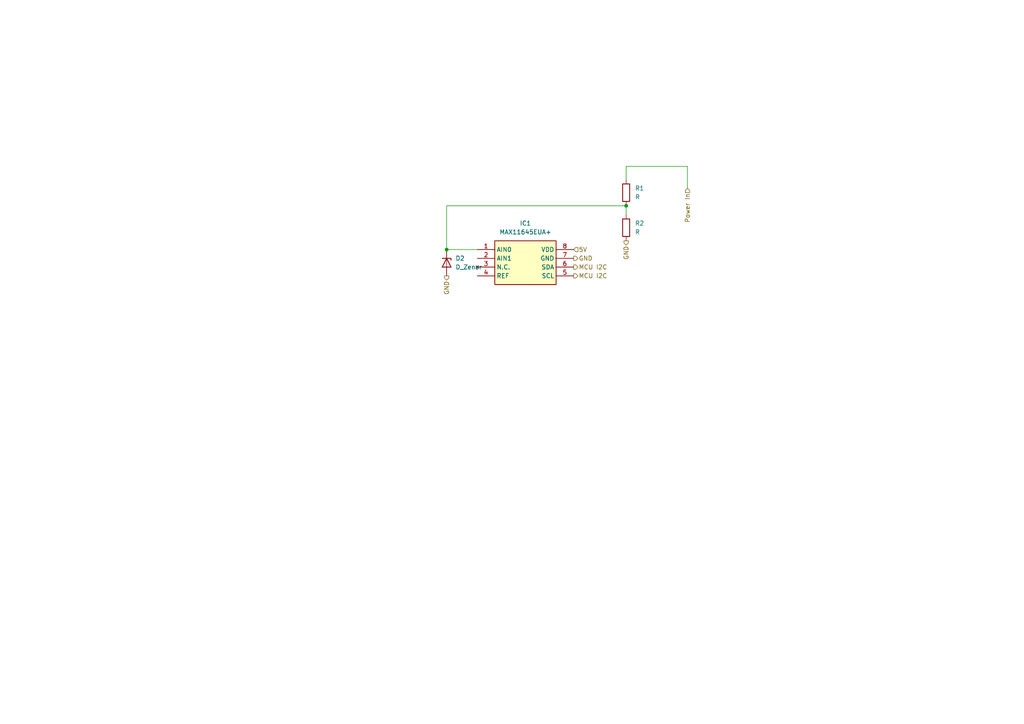
<source format=kicad_sch>
(kicad_sch
	(version 20231120)
	(generator "eeschema")
	(generator_version "8.0")
	(uuid "aed6be63-fb85-47a9-b4f8-d80f95518058")
	(paper "A4")
	(lib_symbols
		(symbol "Device:D_Zener"
			(pin_numbers hide)
			(pin_names
				(offset 1.016) hide)
			(exclude_from_sim no)
			(in_bom yes)
			(on_board yes)
			(property "Reference" "D"
				(at 0 2.54 0)
				(effects
					(font
						(size 1.27 1.27)
					)
				)
			)
			(property "Value" "D_Zener"
				(at 0 -2.54 0)
				(effects
					(font
						(size 1.27 1.27)
					)
				)
			)
			(property "Footprint" ""
				(at 0 0 0)
				(effects
					(font
						(size 1.27 1.27)
					)
					(hide yes)
				)
			)
			(property "Datasheet" "~"
				(at 0 0 0)
				(effects
					(font
						(size 1.27 1.27)
					)
					(hide yes)
				)
			)
			(property "Description" "Zener diode"
				(at 0 0 0)
				(effects
					(font
						(size 1.27 1.27)
					)
					(hide yes)
				)
			)
			(property "ki_keywords" "diode"
				(at 0 0 0)
				(effects
					(font
						(size 1.27 1.27)
					)
					(hide yes)
				)
			)
			(property "ki_fp_filters" "TO-???* *_Diode_* *SingleDiode* D_*"
				(at 0 0 0)
				(effects
					(font
						(size 1.27 1.27)
					)
					(hide yes)
				)
			)
			(symbol "D_Zener_0_1"
				(polyline
					(pts
						(xy 1.27 0) (xy -1.27 0)
					)
					(stroke
						(width 0)
						(type default)
					)
					(fill
						(type none)
					)
				)
				(polyline
					(pts
						(xy -1.27 -1.27) (xy -1.27 1.27) (xy -0.762 1.27)
					)
					(stroke
						(width 0.254)
						(type default)
					)
					(fill
						(type none)
					)
				)
				(polyline
					(pts
						(xy 1.27 -1.27) (xy 1.27 1.27) (xy -1.27 0) (xy 1.27 -1.27)
					)
					(stroke
						(width 0.254)
						(type default)
					)
					(fill
						(type none)
					)
				)
			)
			(symbol "D_Zener_1_1"
				(pin passive line
					(at -3.81 0 0)
					(length 2.54)
					(name "K"
						(effects
							(font
								(size 1.27 1.27)
							)
						)
					)
					(number "1"
						(effects
							(font
								(size 1.27 1.27)
							)
						)
					)
				)
				(pin passive line
					(at 3.81 0 180)
					(length 2.54)
					(name "A"
						(effects
							(font
								(size 1.27 1.27)
							)
						)
					)
					(number "2"
						(effects
							(font
								(size 1.27 1.27)
							)
						)
					)
				)
			)
		)
		(symbol "Device:R"
			(pin_numbers hide)
			(pin_names
				(offset 0)
			)
			(exclude_from_sim no)
			(in_bom yes)
			(on_board yes)
			(property "Reference" "R"
				(at 2.032 0 90)
				(effects
					(font
						(size 1.27 1.27)
					)
				)
			)
			(property "Value" "R"
				(at 0 0 90)
				(effects
					(font
						(size 1.27 1.27)
					)
				)
			)
			(property "Footprint" ""
				(at -1.778 0 90)
				(effects
					(font
						(size 1.27 1.27)
					)
					(hide yes)
				)
			)
			(property "Datasheet" "~"
				(at 0 0 0)
				(effects
					(font
						(size 1.27 1.27)
					)
					(hide yes)
				)
			)
			(property "Description" "Resistor"
				(at 0 0 0)
				(effects
					(font
						(size 1.27 1.27)
					)
					(hide yes)
				)
			)
			(property "ki_keywords" "R res resistor"
				(at 0 0 0)
				(effects
					(font
						(size 1.27 1.27)
					)
					(hide yes)
				)
			)
			(property "ki_fp_filters" "R_*"
				(at 0 0 0)
				(effects
					(font
						(size 1.27 1.27)
					)
					(hide yes)
				)
			)
			(symbol "R_0_1"
				(rectangle
					(start -1.016 -2.54)
					(end 1.016 2.54)
					(stroke
						(width 0.254)
						(type default)
					)
					(fill
						(type none)
					)
				)
			)
			(symbol "R_1_1"
				(pin passive line
					(at 0 3.81 270)
					(length 1.27)
					(name "~"
						(effects
							(font
								(size 1.27 1.27)
							)
						)
					)
					(number "1"
						(effects
							(font
								(size 1.27 1.27)
							)
						)
					)
				)
				(pin passive line
					(at 0 -3.81 90)
					(length 1.27)
					(name "~"
						(effects
							(font
								(size 1.27 1.27)
							)
						)
					)
					(number "2"
						(effects
							(font
								(size 1.27 1.27)
							)
						)
					)
				)
			)
		)
		(symbol "MAX11645EUA+:MAX11645EUA+"
			(exclude_from_sim no)
			(in_bom yes)
			(on_board yes)
			(property "Reference" "IC"
				(at 24.13 7.62 0)
				(effects
					(font
						(size 1.27 1.27)
					)
					(justify left top)
				)
			)
			(property "Value" "MAX11645EUA+"
				(at 24.13 5.08 0)
				(effects
					(font
						(size 1.27 1.27)
					)
					(justify left top)
				)
			)
			(property "Footprint" "SOP65P490X111-8N"
				(at 24.13 -94.92 0)
				(effects
					(font
						(size 1.27 1.27)
					)
					(justify left top)
					(hide yes)
				)
			)
			(property "Datasheet" "https://datasheet.datasheetarchive.com/originals/distributors/Datasheets-DGA17/1031853.pdf"
				(at 24.13 -194.92 0)
				(effects
					(font
						(size 1.27 1.27)
					)
					(justify left top)
					(hide yes)
				)
			)
			(property "Description" "IC,ADC,MAX11645EUA+ MAX11645EUA+, 12 bit ADC Differential, Serial, 8-Pin uMAX"
				(at 0 0 0)
				(effects
					(font
						(size 1.27 1.27)
					)
					(hide yes)
				)
			)
			(property "Height" "1.11"
				(at 24.13 -394.92 0)
				(effects
					(font
						(size 1.27 1.27)
					)
					(justify left top)
					(hide yes)
				)
			)
			(property "Mouser Part Number" "700-MAX11645EUA+"
				(at 24.13 -494.92 0)
				(effects
					(font
						(size 1.27 1.27)
					)
					(justify left top)
					(hide yes)
				)
			)
			(property "Mouser Price/Stock" "https://www.mouser.co.uk/ProductDetail/Analog-Devices-Maxim-Integrated/MAX11645EUA%2b?qs=Bakm8ERcljromEtBj8vNxg%3D%3D"
				(at 24.13 -594.92 0)
				(effects
					(font
						(size 1.27 1.27)
					)
					(justify left top)
					(hide yes)
				)
			)
			(property "Manufacturer_Name" "Analog Devices"
				(at 24.13 -694.92 0)
				(effects
					(font
						(size 1.27 1.27)
					)
					(justify left top)
					(hide yes)
				)
			)
			(property "Manufacturer_Part_Number" "MAX11645EUA+"
				(at 24.13 -794.92 0)
				(effects
					(font
						(size 1.27 1.27)
					)
					(justify left top)
					(hide yes)
				)
			)
			(symbol "MAX11645EUA+_1_1"
				(rectangle
					(start 5.08 2.54)
					(end 22.86 -10.16)
					(stroke
						(width 0.254)
						(type default)
					)
					(fill
						(type background)
					)
				)
				(pin passive line
					(at 0 0 0)
					(length 5.08)
					(name "AIN0"
						(effects
							(font
								(size 1.27 1.27)
							)
						)
					)
					(number "1"
						(effects
							(font
								(size 1.27 1.27)
							)
						)
					)
				)
				(pin passive line
					(at 0 -2.54 0)
					(length 5.08)
					(name "AIN1"
						(effects
							(font
								(size 1.27 1.27)
							)
						)
					)
					(number "2"
						(effects
							(font
								(size 1.27 1.27)
							)
						)
					)
				)
				(pin no_connect line
					(at 0 -5.08 0)
					(length 5.08)
					(name "N.C."
						(effects
							(font
								(size 1.27 1.27)
							)
						)
					)
					(number "3"
						(effects
							(font
								(size 1.27 1.27)
							)
						)
					)
				)
				(pin passive line
					(at 0 -7.62 0)
					(length 5.08)
					(name "REF"
						(effects
							(font
								(size 1.27 1.27)
							)
						)
					)
					(number "4"
						(effects
							(font
								(size 1.27 1.27)
							)
						)
					)
				)
				(pin passive line
					(at 27.94 -7.62 180)
					(length 5.08)
					(name "SCL"
						(effects
							(font
								(size 1.27 1.27)
							)
						)
					)
					(number "5"
						(effects
							(font
								(size 1.27 1.27)
							)
						)
					)
				)
				(pin passive line
					(at 27.94 -5.08 180)
					(length 5.08)
					(name "SDA"
						(effects
							(font
								(size 1.27 1.27)
							)
						)
					)
					(number "6"
						(effects
							(font
								(size 1.27 1.27)
							)
						)
					)
				)
				(pin passive line
					(at 27.94 -2.54 180)
					(length 5.08)
					(name "GND"
						(effects
							(font
								(size 1.27 1.27)
							)
						)
					)
					(number "7"
						(effects
							(font
								(size 1.27 1.27)
							)
						)
					)
				)
				(pin passive line
					(at 27.94 0 180)
					(length 5.08)
					(name "VDD"
						(effects
							(font
								(size 1.27 1.27)
							)
						)
					)
					(number "8"
						(effects
							(font
								(size 1.27 1.27)
							)
						)
					)
				)
			)
		)
	)
	(junction
		(at 129.54 72.39)
		(diameter 0)
		(color 0 0 0 0)
		(uuid "746e992d-81f8-4a35-9eaa-fc7da06d77c9")
	)
	(junction
		(at 181.61 59.69)
		(diameter 0)
		(color 0 0 0 0)
		(uuid "7f1b450e-71a3-4314-8456-71ba9a032b46")
	)
	(wire
		(pts
			(xy 129.54 72.39) (xy 138.43 72.39)
		)
		(stroke
			(width 0)
			(type default)
		)
		(uuid "1d6e9849-6ad9-402c-a82f-dd273ef84768")
	)
	(wire
		(pts
			(xy 129.54 59.69) (xy 181.61 59.69)
		)
		(stroke
			(width 0)
			(type default)
		)
		(uuid "2821ada2-4b9d-474f-8098-e0ac512087fb")
	)
	(wire
		(pts
			(xy 129.54 59.69) (xy 129.54 72.39)
		)
		(stroke
			(width 0)
			(type default)
		)
		(uuid "77ccac10-20db-493d-ae02-4b97d62d5659")
	)
	(wire
		(pts
			(xy 199.39 54.61) (xy 199.39 48.26)
		)
		(stroke
			(width 0)
			(type default)
		)
		(uuid "cddb4a87-fe59-4512-a10e-76e401ef9d88")
	)
	(wire
		(pts
			(xy 199.39 48.26) (xy 181.61 48.26)
		)
		(stroke
			(width 0)
			(type default)
		)
		(uuid "df1840b2-7d35-44f4-b279-72f48c677c4e")
	)
	(wire
		(pts
			(xy 181.61 59.69) (xy 181.61 62.23)
		)
		(stroke
			(width 0)
			(type default)
		)
		(uuid "fd726da1-6d73-4c82-aa96-1973973eea0b")
	)
	(wire
		(pts
			(xy 181.61 48.26) (xy 181.61 52.07)
		)
		(stroke
			(width 0)
			(type default)
		)
		(uuid "ff22b3ff-6516-4e14-a2fb-686bfcc710f5")
	)
	(hierarchical_label "GND"
		(shape output)
		(at 129.54 80.01 270)
		(fields_autoplaced yes)
		(effects
			(font
				(size 1.27 1.27)
			)
			(justify right)
		)
		(uuid "0d195b40-3ad1-4f7b-b199-01b28e7ddb5c")
	)
	(hierarchical_label "MCU I2C"
		(shape output)
		(at 166.37 77.47 0)
		(fields_autoplaced yes)
		(effects
			(font
				(size 1.27 1.27)
			)
			(justify left)
		)
		(uuid "1b82cab3-f7b5-48aa-93c6-8b418c97d221")
	)
	(hierarchical_label "5V"
		(shape input)
		(at 166.37 72.39 0)
		(fields_autoplaced yes)
		(effects
			(font
				(size 1.27 1.27)
			)
			(justify left)
		)
		(uuid "1d064c6b-fd6e-4de1-ac59-b01e94dc1666")
	)
	(hierarchical_label "GND"
		(shape output)
		(at 181.61 69.85 270)
		(fields_autoplaced yes)
		(effects
			(font
				(size 1.27 1.27)
			)
			(justify right)
		)
		(uuid "730db6fc-7ff6-4f69-ae5b-dfd5af80cfd4")
	)
	(hierarchical_label "GND"
		(shape output)
		(at 166.37 74.93 0)
		(fields_autoplaced yes)
		(effects
			(font
				(size 1.27 1.27)
			)
			(justify left)
		)
		(uuid "84ba2335-feb6-4828-a90b-b89aca76985c")
	)
	(hierarchical_label "Power In"
		(shape input)
		(at 199.39 54.61 270)
		(fields_autoplaced yes)
		(effects
			(font
				(size 1.27 1.27)
			)
			(justify right)
		)
		(uuid "a66e949b-84c2-4010-b62d-a4ab2ec75f25")
	)
	(hierarchical_label "MCU I2C"
		(shape output)
		(at 166.37 80.01 0)
		(fields_autoplaced yes)
		(effects
			(font
				(size 1.27 1.27)
			)
			(justify left)
		)
		(uuid "ca806639-6274-4aac-8f26-dad91d9e3af7")
	)
	(symbol
		(lib_id "Device:R")
		(at 181.61 66.04 0)
		(unit 1)
		(exclude_from_sim no)
		(in_bom yes)
		(on_board yes)
		(dnp no)
		(fields_autoplaced yes)
		(uuid "1c5d86ce-f504-4e6f-9c26-5475d01dc99b")
		(property "Reference" "R2"
			(at 184.15 64.7699 0)
			(effects
				(font
					(size 1.27 1.27)
				)
				(justify left)
			)
		)
		(property "Value" "R"
			(at 184.15 67.3099 0)
			(effects
				(font
					(size 1.27 1.27)
				)
				(justify left)
			)
		)
		(property "Footprint" ""
			(at 179.832 66.04 90)
			(effects
				(font
					(size 1.27 1.27)
				)
				(hide yes)
			)
		)
		(property "Datasheet" "~"
			(at 181.61 66.04 0)
			(effects
				(font
					(size 1.27 1.27)
				)
				(hide yes)
			)
		)
		(property "Description" "Resistor"
			(at 181.61 66.04 0)
			(effects
				(font
					(size 1.27 1.27)
				)
				(hide yes)
			)
		)
		(pin "1"
			(uuid "94854ea3-3571-4e81-9d82-3f44a41eecc8")
		)
		(pin "2"
			(uuid "43ae8825-ef5b-4754-a100-f43446eb101f")
		)
		(instances
			(project ""
				(path "/3ed70c37-1dc6-4761-9813-fca49ce12494/fc1b95e7-5ecb-46c9-93b8-1b5e62b6c335"
					(reference "R2")
					(unit 1)
				)
			)
		)
	)
	(symbol
		(lib_id "Device:R")
		(at 181.61 55.88 0)
		(unit 1)
		(exclude_from_sim no)
		(in_bom yes)
		(on_board yes)
		(dnp no)
		(fields_autoplaced yes)
		(uuid "5f77ccea-d564-4f93-9c82-044a4b492aaa")
		(property "Reference" "R1"
			(at 184.15 54.6099 0)
			(effects
				(font
					(size 1.27 1.27)
				)
				(justify left)
			)
		)
		(property "Value" "R"
			(at 184.15 57.1499 0)
			(effects
				(font
					(size 1.27 1.27)
				)
				(justify left)
			)
		)
		(property "Footprint" ""
			(at 179.832 55.88 90)
			(effects
				(font
					(size 1.27 1.27)
				)
				(hide yes)
			)
		)
		(property "Datasheet" "~"
			(at 181.61 55.88 0)
			(effects
				(font
					(size 1.27 1.27)
				)
				(hide yes)
			)
		)
		(property "Description" "Resistor"
			(at 181.61 55.88 0)
			(effects
				(font
					(size 1.27 1.27)
				)
				(hide yes)
			)
		)
		(pin "1"
			(uuid "94854ea3-3571-4e81-9d82-3f44a41eecc9")
		)
		(pin "2"
			(uuid "43ae8825-ef5b-4754-a100-f43446eb1020")
		)
		(instances
			(project ""
				(path "/3ed70c37-1dc6-4761-9813-fca49ce12494/fc1b95e7-5ecb-46c9-93b8-1b5e62b6c335"
					(reference "R1")
					(unit 1)
				)
			)
		)
	)
	(symbol
		(lib_id "MAX11645EUA+:MAX11645EUA+")
		(at 138.43 72.39 0)
		(unit 1)
		(exclude_from_sim no)
		(in_bom yes)
		(on_board yes)
		(dnp no)
		(fields_autoplaced yes)
		(uuid "f1ec9ec6-7654-43ee-95f1-de89757c0345")
		(property "Reference" "IC1"
			(at 152.4 64.77 0)
			(effects
				(font
					(size 1.27 1.27)
				)
			)
		)
		(property "Value" "MAX11645EUA+"
			(at 152.4 67.31 0)
			(effects
				(font
					(size 1.27 1.27)
				)
			)
		)
		(property "Footprint" "SOP65P490X111-8N"
			(at 162.56 167.31 0)
			(effects
				(font
					(size 1.27 1.27)
				)
				(justify left top)
				(hide yes)
			)
		)
		(property "Datasheet" "https://datasheet.datasheetarchive.com/originals/distributors/Datasheets-DGA17/1031853.pdf"
			(at 162.56 267.31 0)
			(effects
				(font
					(size 1.27 1.27)
				)
				(justify left top)
				(hide yes)
			)
		)
		(property "Description" "IC,ADC,MAX11645EUA+ MAX11645EUA+, 12 bit ADC Differential, Serial, 8-Pin uMAX"
			(at 138.43 72.39 0)
			(effects
				(font
					(size 1.27 1.27)
				)
				(hide yes)
			)
		)
		(property "Height" "1.11"
			(at 162.56 467.31 0)
			(effects
				(font
					(size 1.27 1.27)
				)
				(justify left top)
				(hide yes)
			)
		)
		(property "Mouser Part Number" "700-MAX11645EUA+"
			(at 162.56 567.31 0)
			(effects
				(font
					(size 1.27 1.27)
				)
				(justify left top)
				(hide yes)
			)
		)
		(property "Mouser Price/Stock" "https://www.mouser.co.uk/ProductDetail/Analog-Devices-Maxim-Integrated/MAX11645EUA%2b?qs=Bakm8ERcljromEtBj8vNxg%3D%3D"
			(at 162.56 667.31 0)
			(effects
				(font
					(size 1.27 1.27)
				)
				(justify left top)
				(hide yes)
			)
		)
		(property "Manufacturer_Name" "Analog Devices"
			(at 162.56 767.31 0)
			(effects
				(font
					(size 1.27 1.27)
				)
				(justify left top)
				(hide yes)
			)
		)
		(property "Manufacturer_Part_Number" "MAX11645EUA+"
			(at 162.56 867.31 0)
			(effects
				(font
					(size 1.27 1.27)
				)
				(justify left top)
				(hide yes)
			)
		)
		(pin "1"
			(uuid "28c2a826-6356-4479-8e95-6c957d78518b")
		)
		(pin "4"
			(uuid "38b093b6-1f19-4646-ae8b-b60c073da1d8")
		)
		(pin "2"
			(uuid "a3958d06-7c7f-417d-9f8c-cdab5c5b8c28")
		)
		(pin "5"
			(uuid "a67633fd-a87c-485a-9842-47bb314110c5")
		)
		(pin "8"
			(uuid "a7629860-e635-45b8-b113-41b27e5f705b")
		)
		(pin "3"
			(uuid "98c9f313-4a98-4160-b18e-24344ce70fd4")
		)
		(pin "6"
			(uuid "1b9597c4-b2ce-4346-a729-fc8f6c206b44")
		)
		(pin "7"
			(uuid "f9259fe2-42da-4415-9fb5-aba890c06256")
		)
		(instances
			(project ""
				(path "/3ed70c37-1dc6-4761-9813-fca49ce12494/fc1b95e7-5ecb-46c9-93b8-1b5e62b6c335"
					(reference "IC1")
					(unit 1)
				)
			)
		)
	)
	(symbol
		(lib_id "Device:D_Zener")
		(at 129.54 76.2 270)
		(unit 1)
		(exclude_from_sim no)
		(in_bom yes)
		(on_board yes)
		(dnp no)
		(fields_autoplaced yes)
		(uuid "f98353a2-3cf2-4876-b8e5-0f489a60a6f7")
		(property "Reference" "D2"
			(at 132.08 74.9299 90)
			(effects
				(font
					(size 1.27 1.27)
				)
				(justify left)
			)
		)
		(property "Value" "D_Zener"
			(at 132.08 77.4699 90)
			(effects
				(font
					(size 1.27 1.27)
				)
				(justify left)
			)
		)
		(property "Footprint" ""
			(at 129.54 76.2 0)
			(effects
				(font
					(size 1.27 1.27)
				)
				(hide yes)
			)
		)
		(property "Datasheet" "~"
			(at 129.54 76.2 0)
			(effects
				(font
					(size 1.27 1.27)
				)
				(hide yes)
			)
		)
		(property "Description" "Zener diode"
			(at 129.54 76.2 0)
			(effects
				(font
					(size 1.27 1.27)
				)
				(hide yes)
			)
		)
		(pin "1"
			(uuid "03c4b6ae-6400-42ed-813d-931bf38d30a5")
		)
		(pin "2"
			(uuid "6eca82a9-a32d-43b5-804c-09c71030f91d")
		)
		(instances
			(project "astromech_main_board"
				(path "/3ed70c37-1dc6-4761-9813-fca49ce12494/fc1b95e7-5ecb-46c9-93b8-1b5e62b6c335"
					(reference "D2")
					(unit 1)
				)
			)
		)
	)
)

</source>
